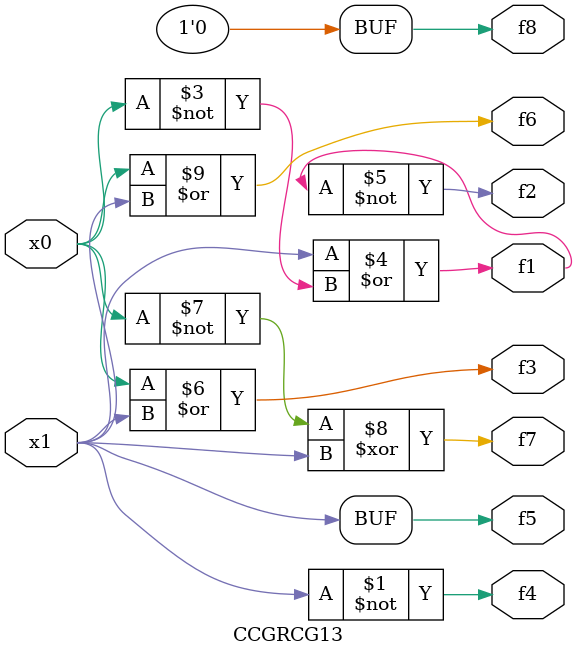
<source format=v>

module CCGRCG13 ( 
    x0, x1,
    f1, f2, f3, f4, f5, f6, f7, f8  );
  input  x0, x1;
  output f1, f2, f3, f4, f5, f6, f7, f8;
  assign f4 = ~x1;
  assign f1 = ~f4 | ~x0;
  assign f2 = ~f1;
  assign f3 = x0 | x1;
  assign f7 = ~x0 ^ x1;
  assign f8 = 1'b0;
  assign f5 = x1;
  assign f6 = x0 | x1;
endmodule



</source>
